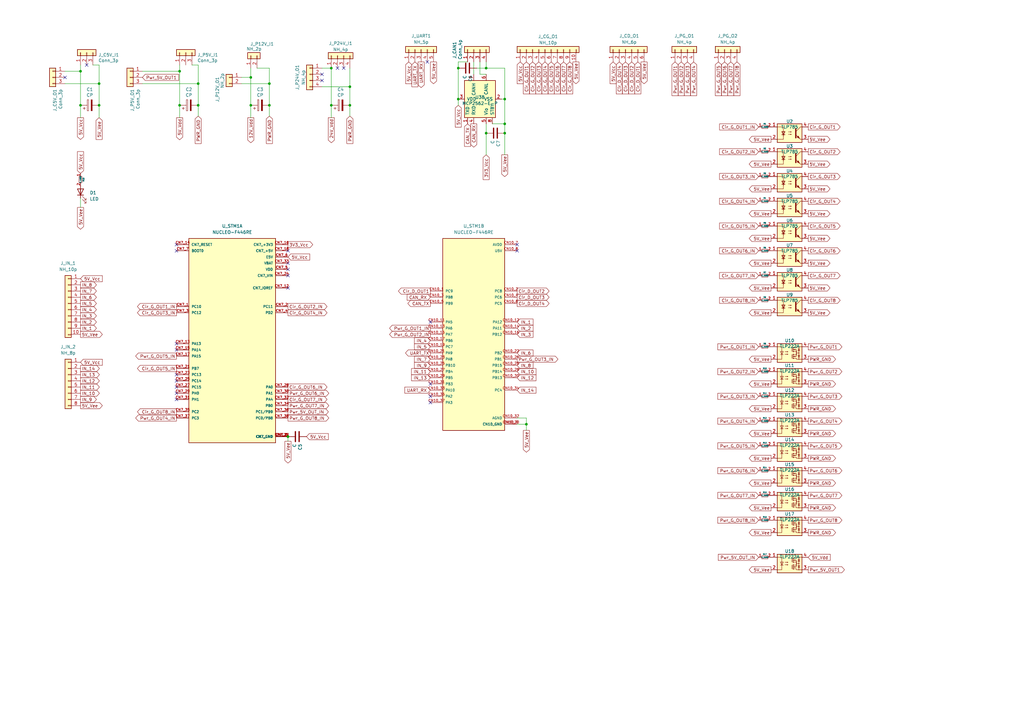
<source format=kicad_sch>
(kicad_sch (version 20231120) (generator "eeschema") (generator_version "8.0")
  (paper "A3")
  (junction (at 187.96 27.94))
  (junction (at 33.02 43.18))
  (junction (at 118.11 179.07))
  (junction (at 40.64 43.18))
  (junction (at 207.01 40.64))
  (junction (at 135.89 43.18))
  (junction (at 81.28 43.18))
  (junction (at 135.89 27.94))
  (junction (at 73.66 43.18))
  (junction (at 143.51 35.56))
  (junction (at 110.49 43.18))
  (junction (at 199.39 27.94))
  (junction (at 207.01 54.61))
  (junction (at 110.49 34.29))
  (junction (at 33.02 29.21))
  (junction (at 81.28 34.29))
  (junction (at 199.39 54.61))
  (junction (at 73.66 29.21))
  (junction (at 102.87 43.18))
  (junction (at 187.96 40.64))
  (junction (at 143.51 43.18))
  (junction (at 215.9 173.99))
  (junction (at 102.87 31.75))
  (junction (at 40.64 34.29))
  (junction (at 207.01 50.8))
  (no_connect (at 118.11 118.11))
  (no_connect (at 176.53 162.56))
  (no_connect (at 35.56 26.67))
  (no_connect (at 176.53 165.1))
  (no_connect (at 175.26 25.4))
  (no_connect (at 72.39 100.33))
  (no_connect (at 176.53 132.08))
  (no_connect (at 72.39 163.83))
  (no_connect (at 26.67 31.75))
  (no_connect (at 176.53 157.48))
  (no_connect (at 118.11 113.03))
  (no_connect (at 138.43 27.94))
  (no_connect (at 118.11 110.49))
  (no_connect (at 72.39 143.51))
  (no_connect (at 212.09 102.87))
  (no_connect (at 72.39 156.21))
  (no_connect (at 132.08 33.02))
  (no_connect (at 118.11 102.87))
  (no_connect (at 118.11 107.95))
  (no_connect (at 132.08 30.48))
  (no_connect (at 72.39 158.75))
  (no_connect (at 72.39 161.29))
  (no_connect (at 72.39 102.87))
  (no_connect (at 212.09 100.33))
  (no_connect (at 72.39 153.67))
  (no_connect (at 140.97 27.94))
  (no_connect (at 72.39 140.97))
  (wire (pts (xy 196.85 30.48) (xy 199.39 30.48)))
  (wire (pts (xy 58.42 29.21) (xy 73.66 29.21)))
  (wire (pts (xy 78.74 26.67) (xy 81.28 26.67)))
  (wire (pts (xy 99.06 31.75) (xy 102.87 31.75)))
  (wire (pts (xy 143.51 43.18) (xy 143.51 47.625)))
  (wire (pts (xy 187.96 27.94) (xy 187.96 25.4)))
  (wire (pts (xy 40.64 43.18) (xy 40.64 48.26)))
  (wire (pts (xy 199.39 63.5) (xy 199.39 54.61)))
  (wire (pts (xy 33.02 29.21) (xy 33.02 43.18)))
  (wire (pts (xy 110.49 27.94) (xy 110.49 34.29)))
  (wire (pts (xy 199.39 25.4) (xy 199.39 27.94)))
  (wire (pts (xy 33.02 81.28) (xy 33.02 85.09)))
  (wire (pts (xy 81.28 43.18) (xy 81.28 47.625)))
  (wire (pts (xy 81.28 26.67) (xy 81.28 34.29)))
  (wire (pts (xy 187.96 40.64) (xy 187.96 27.94)))
  (wire (pts (xy 207.01 40.64) (xy 207.01 50.8)))
  (wire (pts (xy 102.87 27.94) (xy 102.87 31.75)))
  (wire (pts (xy 207.01 27.94) (xy 207.01 40.64)))
  (wire (pts (xy 73.66 26.67) (xy 73.66 29.21)))
  (wire (pts (xy 38.1 26.67) (xy 40.64 26.67)))
  (wire (pts (xy 187.96 43.18) (xy 187.96 40.64)))
  (wire (pts (xy 199.39 54.61) (xy 199.39 50.8)))
  (wire (pts (xy 110.49 43.18) (xy 110.49 47.625)))
  (wire (pts (xy 196.85 25.4) (xy 196.85 30.48)))
  (wire (pts (xy 132.08 35.56) (xy 143.51 35.56)))
  (wire (pts (xy 194.31 25.4) (xy 194.31 30.48)))
  (wire (pts (xy 199.39 27.94) (xy 207.01 27.94)))
  (wire (pts (xy 118.11 180.975) (xy 118.11 179.07)))
  (wire (pts (xy 212.09 171.45) (xy 215.9 171.45)))
  (wire (pts (xy 195.58 27.94) (xy 199.39 27.94)))
  (wire (pts (xy 81.28 34.29) (xy 81.28 43.18)))
  (wire (pts (xy 73.66 48.26) (xy 73.66 43.18)))
  (wire (pts (xy 215.9 171.45) (xy 215.9 173.99)))
  (wire (pts (xy 105.41 27.94) (xy 110.49 27.94)))
  (wire (pts (xy 33.02 43.18) (xy 33.02 48.26)))
  (wire (pts (xy 215.9 173.99) (xy 215.9 176.53)))
  (wire (pts (xy 143.51 35.56) (xy 143.51 43.18)))
  (wire (pts (xy 215.9 173.99) (xy 212.09 173.99)))
  (wire (pts (xy 58.42 34.29) (xy 81.28 34.29)))
  (wire (pts (xy 99.06 34.29) (xy 110.49 34.29)))
  (wire (pts (xy 26.67 29.21) (xy 33.02 29.21)))
  (wire (pts (xy 26.67 34.29) (xy 40.64 34.29)))
  (wire (pts (xy 207.01 50.8) (xy 207.01 54.61)))
  (wire (pts (xy 33.02 26.67) (xy 33.02 29.21)))
  (wire (pts (xy 201.93 50.8) (xy 207.01 50.8)))
  (wire (pts (xy 40.64 34.29) (xy 40.64 43.18)))
  (wire (pts (xy 110.49 34.29) (xy 110.49 43.18)))
  (wire (pts (xy 102.87 31.75) (xy 102.87 43.18)))
  (wire (pts (xy 207.01 40.64) (xy 205.74 40.64)))
  (wire (pts (xy 73.66 29.21) (xy 73.66 43.18)))
  (wire (pts (xy 40.64 26.67) (xy 40.64 34.29)))
  (wire (pts (xy 187.96 25.4) (xy 191.77 25.4)))
  (wire (pts (xy 143.51 27.94) (xy 143.51 35.56)))
  (wire (pts (xy 135.89 48.26) (xy 135.89 43.18)))
  (wire (pts (xy 132.08 27.94) (xy 135.89 27.94)))
  (wire (pts (xy 207.01 54.61) (xy 207.01 63.5)))
  (wire (pts (xy 135.89 27.94) (xy 135.89 43.18)))
  (wire (pts (xy 102.87 48.26) (xy 102.87 43.18)))
  (global_label "24V_Vdd" (shape output) (at 135.89 48.26 270) (property "Intersheetrefs" "${INTERSHEET_REFS}" (effects (hide yes))))
  (global_label "5V_Vee" (shape output) (at 316.23 57.15 180) (property "Intersheetrefs" "${INTERSHEET_REFS}" (effects (hide yes))))
  (global_label "PWR_GND" (shape input) (at 110.49 47.625 270) (property "Intersheetrefs" "${INTERSHEET_REFS}" (effects (hide yes))))
  (global_label "5V_Vee" (shape output) (at 316.23 118.11 180) (property "Intersheetrefs" "${INTERSHEET_REFS}" (effects (hide yes))))
  (global_label "Cir_G_OUT7" (shape input) (at 231.14 25.4 270) (property "Intersheetrefs" "${INTERSHEET_REFS}" (effects (hide yes))))
  (global_label "UART_TX" (shape output) (at 176.53 144.78 180) (property "Intersheetrefs" "${INTERSHEET_REFS}" (effects (hide yes))))
  (global_label "CAN_TX" (shape output) (at 176.53 124.46 180) (property "Intersheetrefs" "${INTERSHEET_REFS}" (effects (hide yes))))
  (global_label "IN_14" (shape output) (at 33.02 151.13 0) (property "Intersheetrefs" "${INTERSHEET_REFS}" (effects (hide yes))))
  (global_label "5V_Vee" (shape output) (at 316.23 198.12 180) (property "Intersheetrefs" "${INTERSHEET_REFS}" (effects (hide yes))))
  (global_label "5V_Vee" (shape output) (at 33.02 166.37 0) (property "Intersheetrefs" "${INTERSHEET_REFS}" (effects (hide yes))))
  (global_label "Pwr_G_OUT4_IN" (shape output) (at 72.39 171.45 180) (property "Intersheetrefs" "${INTERSHEET_REFS}" (effects (hide yes))))
  (global_label "5V_Vee" (shape output) (at 33.02 137.16 0) (property "Intersheetrefs" "${INTERSHEET_REFS}" (effects (hide yes))))
  (global_label "Pwr_G_OUT1" (shape output) (at 331.47 142.24 0) (property "Intersheetrefs" "${INTERSHEET_REFS}" (effects (hide yes))))
  (global_label "5V_Vee" (shape output) (at 331.47 118.11 0) (property "Intersheetrefs" "${INTERSHEET_REFS}" (effects (hide yes))))
  (global_label "IN_1" (shape input) (at 212.09 132.08 0) (property "Intersheetrefs" "${INTERSHEET_REFS}" (effects (hide yes))))
  (global_label "IN_3" (shape output) (at 33.02 129.54 0) (property "Intersheetrefs" "${INTERSHEET_REFS}" (effects (hide yes))))
  (global_label "Cir_G_OUT3_IN" (shape output) (at 72.39 128.27 180) (property "Intersheetrefs" "${INTERSHEET_REFS}" (effects (hide yes))))
  (global_label "5V_Vee" (shape output) (at 316.23 77.47 180) (property "Intersheetrefs" "${INTERSHEET_REFS}" (effects (hide yes))))
  (global_label "Pwr_G_OUT1_IN" (shape output) (at 176.53 134.62 180) (property "Intersheetrefs" "${INTERSHEET_REFS}" (effects (hide yes))))
  (global_label "PWR_GND" (shape input) (at 143.51 47.625 270) (property "Intersheetrefs" "${INTERSHEET_REFS}" (effects (hide yes))))
  (global_label "5V_Vcc" (shape input) (at 33.02 114.3 0) (property "Intersheetrefs" "${INTERSHEET_REFS}" (effects (hide yes))))
  (global_label "Pwr_G_OUT2" (shape output) (at 331.47 152.4 0) (property "Intersheetrefs" "${INTERSHEET_REFS}" (effects (hide yes))))
  (global_label "Cir_G_OUT1" (shape output) (at 331.47 52.07 0) (property "Intersheetrefs" "${INTERSHEET_REFS}" (effects (hide yes))))
  (global_label "5V_Vee" (shape output) (at 316.23 157.48 180) (property "Intersheetrefs" "${INTERSHEET_REFS}" (effects (hide yes))))
  (global_label "Cir_G_OUT8_IN" (shape output) (at 72.39 168.91 180) (property "Intersheetrefs" "${INTERSHEET_REFS}" (effects (hide yes))))
  (global_label "5V_Vcc" (shape input) (at 118.11 105.41 0) (property "Intersheetrefs" "${INTERSHEET_REFS}" (effects (hide yes))))
  (global_label "5V_Vee" (shape output) (at 33.02 85.09 270) (property "Intersheetrefs" "${INTERSHEET_REFS}" (effects (hide yes))))
  (global_label "5V_Vee" (shape output) (at 177.8 25.4 270) (property "Intersheetrefs" "${INTERSHEET_REFS}" (effects (hide yes))))
  (global_label "PWR_GND" (shape output) (at 331.47 208.28 0) (property "Intersheetrefs" "${INTERSHEET_REFS}" (effects (hide yes))))
  (global_label "Cir_G_OUT2_IN" (shape output) (at 118.11 125.73 0) (property "Intersheetrefs" "${INTERSHEET_REFS}" (effects (hide yes))))
  (global_label "Cir_G_OUT3" (shape input) (at 220.98 25.4 270) (property "Intersheetrefs" "${INTERSHEET_REFS}" (effects (hide yes))))
  (global_label "Cir_G_OUT5" (shape input) (at 226.06 25.4 270) (property "Intersheetrefs" "${INTERSHEET_REFS}" (effects (hide yes))))
  (global_label "CAN_RX" (shape input) (at 176.53 121.92 180) (property "Intersheetrefs" "${INTERSHEET_REFS}" (effects (hide yes))))
  (global_label "5V_Vee" (shape output) (at 316.23 147.32 180) (property "Intersheetrefs" "${INTERSHEET_REFS}" (effects (hide yes))))
  (global_label "IN_13" (shape input) (at 176.53 154.94 180) (property "Intersheetrefs" "${INTERSHEET_REFS}" (effects (hide yes))))
  (global_label "5V_Vcc" (shape input) (at 33.02 148.59 0) (property "Intersheetrefs" "${INTERSHEET_REFS}" (effects (hide yes))))
  (global_label "5V_Vee" (shape output) (at 316.23 177.8 180) (property "Intersheetrefs" "${INTERSHEET_REFS}" (effects (hide yes))))
  (global_label "IN_14" (shape input) (at 212.09 160.02 0) (property "Intersheetrefs" "${INTERSHEET_REFS}" (effects (hide yes))))
  (global_label "Pwr_G_OUT7" (shape input) (at 299.72 25.4 270) (property "Intersheetrefs" "${INTERSHEET_REFS}" (effects (hide yes))))
  (global_label "12V_Vdd" (shape output) (at 102.87 48.26 270) (property "Intersheetrefs" "${INTERSHEET_REFS}" (effects (hide yes))))
  (global_label "5V_Vee" (shape output) (at 316.23 128.27 180) (property "Intersheetrefs" "${INTERSHEET_REFS}" (effects (hide yes))))
  (global_label "PWR_GND" (shape output) (at 331.47 157.48 0) (property "Intersheetrefs" "${INTERSHEET_REFS}" (effects (hide yes))))
  (global_label "PWR_GND" (shape output) (at 331.47 218.44 0) (property "Intersheetrefs" "${INTERSHEET_REFS}" (effects (hide yes))))
  (global_label "5V_Vcc" (shape input) (at 213.36 25.4 270) (property "Intersheetrefs" "${INTERSHEET_REFS}" (effects (hide yes))))
  (global_label "Cir_G_OUT2_IN" (shape input) (at 311.15 62.23 180) (property "Intersheetrefs" "${INTERSHEET_REFS}" (effects (hide yes))))
  (global_label "3V3_Vcc" (shape input) (at 199.39 63.5 270) (property "Intersheetrefs" "${INTERSHEET_REFS}" (effects (hide yes))))
  (global_label "Pwr_5V_OUT_IN" (shape output) (at 118.11 168.91 0) (property "Intersheetrefs" "${INTERSHEET_REFS}" (effects (hide yes))))
  (global_label "5V_Vee" (shape output) (at 331.47 128.27 0) (property "Intersheetrefs" "${INTERSHEET_REFS}" (effects (hide yes))))
  (global_label "Cir_D_OUT1" (shape output) (at 176.53 119.38 180) (property "Intersheetrefs" "${INTERSHEET_REFS}" (effects (hide yes))))
  (global_label "Cir_G_OUT1" (shape input) (at 215.9 25.4 270) (property "Intersheetrefs" "${INTERSHEET_REFS}" (effects (hide yes))))
  (global_label "5V_Vee" (shape output) (at 316.23 67.31 180) (property "Intersheetrefs" "${INTERSHEET_REFS}" (effects (hide yes))))
  (global_label "Cir_G_OUT5_IN" (shape input) (at 311.15 92.71 180) (property "Intersheetrefs" "${INTERSHEET_REFS}" (effects (hide yes))))
  (global_label "5V_Vee" (shape output) (at 331.47 67.31 0) (property "Intersheetrefs" "${INTERSHEET_REFS}" (effects (hide yes))))
  (global_label "5V_Vee" (shape input) (at 40.64 48.26 270) (property "Intersheetrefs" "${INTERSHEET_REFS}" (effects (hide yes))))
  (global_label "Pwr_G_OUT4" (shape input) (at 284.48 25.4 270) (property "Intersheetrefs" "${INTERSHEET_REFS}" (effects (hide yes))))
  (global_label "Cir_D_OUT3" (shape input) (at 256.54 25.4 270) (property "Intersheetrefs" "${INTERSHEET_REFS}" (effects (hide yes))))
  (global_label "IN_2" (shape input) (at 212.09 134.62 0) (property "Intersheetrefs" "${INTERSHEET_REFS}" (effects (hide yes))))
  (global_label "PWR_GND" (shape output) (at 331.47 167.64 0) (property "Intersheetrefs" "${INTERSHEET_REFS}" (effects (hide yes))))
  (global_label "IN_8" (shape input) (at 212.09 149.86 0) (property "Intersheetrefs" "${INTERSHEET_REFS}" (effects (hide yes))))
  (global_label "Pwr_G_OUT8" (shape output) (at 331.47 213.36 0) (property "Intersheetrefs" "${INTERSHEET_REFS}" (effects (hide yes))))
  (global_label "IN_7" (shape output) (at 33.02 119.38 0) (property "Intersheetrefs" "${INTERSHEET_REFS}" (effects (hide yes))))
  (global_label "5V_Vee" (shape output) (at 207.01 63.5 270) (property "Intersheetrefs" "${INTERSHEET_REFS}" (effects (hide yes))))
  (global_label "PWR_GND" (shape input) (at 81.28 47.625 270) (property "Intersheetrefs" "${INTERSHEET_REFS}" (effects (hide yes))))
  (global_label "Cir_G_OUT8_IN" (shape input) (at 311.15 123.19 180) (property "Intersheetrefs" "${INTERSHEET_REFS}" (effects (hide yes))))
  (global_label "IN_6" (shape output) (at 33.02 121.92 0) (property "Intersheetrefs" "${INTERSHEET_REFS}" (effects (hide yes))))
  (global_label "IN_3" (shape input) (at 212.09 137.16 0) (property "Intersheetrefs" "${INTERSHEET_REFS}" (effects (hide yes))))
  (global_label "IN_5" (shape output) (at 33.02 124.46 0) (property "Intersheetrefs" "${INTERSHEET_REFS}" (effects (hide yes))))
  (global_label "PWR_GND" (shape output) (at 331.47 187.96 0) (property "Intersheetrefs" "${INTERSHEET_REFS}" (effects (hide yes))))
  (global_label "Cir_D_OUT2" (shape output) (at 212.09 119.38 0) (property "Intersheetrefs" "${INTERSHEET_REFS}" (effects (hide yes))))
  (global_label "Cir_G_OUT1_IN" (shape output) (at 72.39 125.73 180) (property "Intersheetrefs" "${INTERSHEET_REFS}" (effects (hide yes))))
  (global_label "Pwr_G_OUT6_IN" (shape output) (at 118.11 161.29 0) (property "Intersheetrefs" "${INTERSHEET_REFS}" (effects (hide yes))))
  (global_label "5V_Vee" (shape output) (at 316.23 107.95 180) (property "Intersheetrefs" "${INTERSHEET_REFS}" (effects (hide yes))))
  (global_label "Cir_G_OUT8" (shape output) (at 331.47 123.19 0) (property "Intersheetrefs" "${INTERSHEET_REFS}" (effects (hide yes))))
  (global_label "Cir_D_OUT4" (shape input) (at 254 25.4 270) (property "Intersheetrefs" "${INTERSHEET_REFS}" (effects (hide yes))))
  (global_label "5V_Vcc" (shape output) (at 33.02 48.26 270) (property "Intersheetrefs" "${INTERSHEET_REFS}" (effects (hide yes))))
  (global_label "UART_TX" (shape input) (at 170.18 25.4 270) (property "Intersheetrefs" "${INTERSHEET_REFS}" (effects (hide yes))))
  (global_label "Pwr_G_OUT3" (shape output) (at 331.47 162.56 0) (property "Intersheetrefs" "${INTERSHEET_REFS}" (effects (hide yes))))
  (global_label "Pwr_5V_OUT1" (shape input) (at 58.42 31.75 0) (property "Intersheetrefs" "${INTERSHEET_REFS}" (effects (hide yes))))
  (global_label "5V_Vcc" (shape input) (at 33.02 71.12 90) (property "Intersheetrefs" "${INTERSHEET_REFS}" (effects (hide yes))))
  (global_label "IN_12" (shape input) (at 212.09 154.94 0) (property "Intersheetrefs" "${INTERSHEET_REFS}" (effects (hide yes))))
  (global_label "5V_Vee" (shape output) (at 316.23 87.63 180) (property "Intersheetrefs" "${INTERSHEET_REFS}" (effects (hide yes))))
  (global_label "Cir_G_OUT4" (shape input) (at 223.52 25.4 270) (property "Intersheetrefs" "${INTERSHEET_REFS}" (effects (hide yes))))
  (global_label "IN_10" (shape output) (at 33.02 161.29 0) (property "Intersheetrefs" "${INTERSHEET_REFS}" (effects (hide yes))))
  (global_label "Cir_G_OUT8" (shape input) (at 233.68 25.4 270) (property "Intersheetrefs" "${INTERSHEET_REFS}" (effects (hide yes))))
  (global_label "5V_Vee" (shape output) (at 331.47 77.47 0) (property "Intersheetrefs" "${INTERSHEET_REFS}" (effects (hide yes))))
  (global_label "Pwr_G_OUT1_IN" (shape input) (at 311.15 142.24 180) (property "Intersheetrefs" "${INTERSHEET_REFS}" (effects (hide yes))))
  (global_label "Cir_G_OUT6" (shape output) (at 331.47 102.87 0) (property "Intersheetrefs" "${INTERSHEET_REFS}" (effects (hide yes))))
  (global_label "3V3_Vcc" (shape output) (at 118.11 100.33 0) (property "Intersheetrefs" "${INTERSHEET_REFS}" (effects (hide yes))))
  (global_label "5V_Vee" (shape output) (at 316.23 97.79 180) (property "Intersheetrefs" "${INTERSHEET_REFS}" (effects (hide yes))))
  (global_label "IN_11" (shape output) (at 33.02 158.75 0) (property "Intersheetrefs" "${INTERSHEET_REFS}" (effects (hide yes))))
  (global_label "Cir_G_OUT7_IN" (shape input) (at 311.15 113.03 180) (property "Intersheetrefs" "${INTERSHEET_REFS}" (effects (hide yes))))
  (global_label "5V_Vcc" (shape input) (at 251.46 25.4 270) (property "Intersheetrefs" "${INTERSHEET_REFS}" (effects (hide yes))))
  (global_label "Pwr_G_OUT7_IN" (shape output) (at 118.11 166.37 0) (property "Intersheetrefs" "${INTERSHEET_REFS}" (effects (hide yes))))
  (global_label "Pwr_5V_OUT1" (shape output) (at 331.47 233.68 0) (property "Intersheetrefs" "${INTERSHEET_REFS}" (effects (hide yes))))
  (global_label "Pwr_G_OUT8_IN" (shape output) (at 118.11 171.45 0) (property "Intersheetrefs" "${INTERSHEET_REFS}" (effects (hide yes))))
  (global_label "5V_Vee" (shape output) (at 316.23 208.28 180) (property "Intersheetrefs" "${INTERSHEET_REFS}" (effects (hide yes))))
  (global_label "Pwr_G_OUT8_IN" (shape input) (at 311.15 213.36 180) (property "Intersheetrefs" "${INTERSHEET_REFS}" (effects (hide yes))))
  (global_label "Pwr_G_OUT1" (shape input) (at 276.86 25.4 270) (property "Intersheetrefs" "${INTERSHEET_REFS}" (effects (hide yes))))
  (global_label "5V_Vee" (shape output) (at 316.23 187.96 180) (property "Intersheetrefs" "${INTERSHEET_REFS}" (effects (hide yes))))
  (global_label "Cir_G_OUT3_IN" (shape input) (at 311.15 72.39 180) (property "Intersheetrefs" "${INTERSHEET_REFS}" (effects (hide yes))))
  (global_label "5V_Vdd" (shape output) (at 73.66 48.26 270) (property "Intersheetrefs" "${INTERSHEET_REFS}" (effects (hide yes))))
  (global_label "Cir_G_OUT2" (shape input) (at 218.44 25.4 270) (property "Intersheetrefs" "${INTERSHEET_REFS}" (effects (hide yes))))
  (global_label "Pwr_G_OUT2" (shape input) (at 279.4 25.4 270) (property "Intersheetrefs" "${INTERSHEET_REFS}" (effects (hide yes))))
  (global_label "5V_Vee" (shape output) (at 215.9 176.53 270) (property "Intersheetrefs" "${INTERSHEET_REFS}" (effects (hide yes))))
  (global_label "Pwr_G_OUT2_IN" (shape output) (at 176.53 137.16 180) (property "Intersheetrefs" "${INTERSHEET_REFS}" (effects (hide yes))))
  (global_label "Pwr_G_OUT7" (shape output) (at 331.47 203.2 0) (property "Intersheetrefs" "${INTERSHEET_REFS}" (effects (hide yes))))
  (global_label "UART_RX" (shape output) (at 172.72 25.4 270) (property "Intersheetrefs" "${INTERSHEET_REFS}" (effects (hide yes))))
  (global_label "IN_9" (shape input) (at 176.53 149.86 180) (property "Intersheetrefs" "${INTERSHEET_REFS}" (effects (hide yes))))
  (global_label "5V_Vee" (shape output) (at 236.22 25.4 270) (property "Intersheetrefs" "${INTERSHEET_REFS}" (effects (hide yes))))
  (global_label "Pwr_G_OUT6_IN" (shape input) (at 311.15 193.04 180) (property "Intersheetrefs" "${INTERSHEET_REFS}" (effects (hide yes))))
  (global_label "Pwr_G_OUT6" (shape input) (at 297.18 25.4 270) (property "Intersheetrefs" "${INTERSHEET_REFS}" (effects (hide yes))))
  (global_label "IN_10" (shape input) (at 212.09 152.4 0) (property "Intersheetrefs" "${INTERSHEET_REFS}" (effects (hide yes))))
  (global_label "Cir_G_OUT1_IN" (shape input) (at 311.15 52.07 180) (property "Intersheetrefs" "${INTERSHEET_REFS}" (effects (hide yes))))
  (global_label "5V_Vee" (shape output) (at 316.23 218.44 180) (property "Intersheetrefs" "${INTERSHEET_REFS}" (effects (hide yes))))
  (global_label "Cir_D_OUT4" (shape output) (at 212.09 124.46 0) (property "Intersheetrefs" "${INTERSHEET_REFS}" (effects (hide yes))))
  (global_label "Pwr_G_OUT3_IN" (shape input) (at 311.15 162.56 180) (property "Intersheetrefs" "${INTERSHEET_REFS}" (effects (hide yes))))
  (global_label "5V_Vcc" (shape input) (at 187.96 43.18 270) (property "Intersheetrefs" "${INTERSHEET_REFS}" (effects (hide yes))))
  (global_label "Pwr_G_OUT3_IN" (shape output) (at 212.09 147.32 0) (property "Intersheetrefs" "${INTERSHEET_REFS}" (effects (hide yes))))
  (global_label "Cir_D_OUT3" (shape output) (at 212.09 121.92 0) (property "Intersheetrefs" "${INTERSHEET_REFS}" (effects (hide yes))))
  (global_label "5V_Vcc" (shape input) (at 125.73 179.07 0) (property "Intersheetrefs" "${INTERSHEET_REFS}" (effects (hide yes))))
  (global_label "Pwr_G_OUT7_IN" (shape input) (at 311.15 203.2 180) (property "Intersheetrefs" "${INTERSHEET_REFS}" (effects (hide yes))))
  (global_label "PWR_GND" (shape output) (at 331.47 177.8 0) (property "Intersheetrefs" "${INTERSHEET_REFS}" (effects (hide yes))))
  (global_label "5V_Vee" (shape output) (at 331.47 107.95 0) (property "Intersheetrefs" "${INTERSHEET_REFS}" (effects (hide yes))))
  (global_label "5V_Vee" (shape output) (at 264.16 25.4 270) (property "Intersheetrefs" "${INTERSHEET_REFS}" (effects (hide yes))))
  (global_label "5V_Vee" (shape output) (at 316.23 233.68 180) (property "Intersheetrefs" "${INTERSHEET_REFS}" (effects (hide yes))))
  (global_label "IN_4" (shape output) (at 33.02 127 0) (property "Intersheetrefs" "${INTERSHEET_REFS}" (effects (hide yes))))
  (global_label "5V_Vee" (shape output) (at 118.11 180.975 270) (property "Intersheetrefs" "${INTERSHEET_REFS}" (effects (hide yes))))
  (global_label "Cir_G_OUT7_IN" (shape output) (at 118.11 163.83 0) (property "Intersheetrefs" "${INTERSHEET_REFS}" (effects (hide yes))))
  (global_label "Pwr_G_OUT4" (shape output) (at 331.47 172.72 0) (property "Intersheetrefs" "${INTERSHEET_REFS}" (effects (hide yes))))
  (global_label "Pwr_G_OUT8" (shape input) (at 302.26 25.4 270) (property "Intersheetrefs" "${INTERSHEET_REFS}" (effects (hide yes))))
  (global_label "5V_Vcc" (shape input) (at 167.64 25.4 270) (property "Intersheetrefs" "${INTERSHEET_REFS}" (effects (hide yes))))
  (global_label "IN_5" (shape input) (at 176.53 142.24 180) (property "Intersheetrefs" "${INTERSHEET_REFS}" (effects (hide yes))))
  (global_label "IN_7" (shape input) (at 176.53 147.32 180) (property "Intersheetrefs" "${INTERSHEET_REFS}" (effects (hide yes))))
  (global_label "Pwr_G_OUT5_IN" (shape input) (at 311.15 182.88 180) (property "Intersheetrefs" "${INTERSHEET_REFS}" (effects (hide yes))))
  (global_label "Cir_G_OUT2" (shape output) (at 331.47 62.23 0) (property "Intersheetrefs" "${INTERSHEET_REFS}" (effects (hide yes))))
  (global_label "5V_Vee" (shape output) (at 331.47 87.63 0) (property "Intersheetrefs" "${INTERSHEET_REFS}" (effects (hide yes))))
  (global_label "Cir_G_OUT6" (shape input) (at 228.6 25.4 270) (property "Intersheetrefs" "${INTERSHEET_REFS}" (effects (hide yes))))
  (global_label "Cir_D_OUT2" (shape input) (at 259.08 25.4 270) (property "Intersheetrefs" "${INTERSHEET_REFS}" (effects (hide yes))))
  (global_label "PWR_GND" (shape output) (at 331.47 198.12 0) (property "Intersheetrefs" "${INTERSHEET_REFS}" (effects (hide yes))))
  (global_label "IN_2" (shape output) (at 33.02 132.08 0) (property "Intersheetrefs" "${INTERSHEET_REFS}" (effects (hide yes))))
  (global_label "CAN_RX" (shape output) (at 194.31 50.8 270) (property "Intersheetrefs" "${INTERSHEET_REFS}" (effects (hide yes))))
  (global_label "5V_Vee" (shape output) (at 316.23 167.64 180) (property "Intersheetrefs" "${INTERSHEET_REFS}" (effects (hide yes))))
  (global_label "Cir_G_OUT4" (shape output) (at 331.47 82.55 0) (property "Intersheetrefs" "${INTERSHEET_REFS}" (effects (hide yes))))
  (global_label "Cir_G_OUT5" (shape output) (at 331.47 92.71 0) (property "Intersheetrefs" "${INTERSHEET_REFS}" (effects (hide yes))))
  (global_label "IN_8" (shape output) (at 33.02 116.84 0) (property "Intersheetrefs" "${INTERSHEET_REFS}" (effects (hide yes))))
  (global_label "IN_1" (shape output) (at 33.02 134.62 0) (property "Intersheetrefs" "${INTERSHEET_REFS}" (effects (hide yes))))
  (global_label "Cir_G_OUT4_IN" (shape input) (at 311.15 82.55 180) (property "Intersheetrefs" "${INTERSHEET_REFS}" (effects (hide yes))))
  (global_label "Cir_G_OUT6_IN" (shape input) (at 311.15 102.87 180) (property "Intersheetrefs" "${INTERSHEET_REFS}" (effects (hide yes))))
  (global_label "Pwr_G_OUT5_IN" (shape output) (at 72.39 146.05 180) (property "Intersheetrefs" "${INTERSHEET_REFS}" (effects (hide yes))))
  (global_label "Pwr_G_OUT2_IN" (shape input) (at 311.15 152.4 180) (property "Intersheetrefs" "${INTERSHEET_REFS}" (effects (hide yes))))
  (global_label "Pwr_G_OUT6" (shape output) (at 331.47 193.04 0) (property "Intersheetrefs" "${INTERSHEET_REFS}" (effects (hide yes))))
  (global_label "Pwr_G_OUT5" (shape input) (at 294.64 25.4 270) (property "Intersheetrefs" "${INTERSHEET_REFS}" (effects (hide yes))))
  (global_label "Cir_G_OUT3" (shape output) (at 331.47 72.39 0) (property "Intersheetrefs" "${INTERSHEET_REFS}" (effects (hide yes))))
  (global_label "Pwr_G_OUT3" (shape input) (at 281.94 25.4 270) (property "Intersheetrefs" "${INTERSHEET_REFS}" (effects (hide yes))))
  (global_label "Pwr_G_OUT5" (shape output) (at 331.47 182.88 0) (property "Intersheetrefs" "${INTERSHEET_REFS}" (effects (hide yes))))
  (global_label "IN_12" (shape output) (at 33.02 156.21 0) (property "Intersheetrefs" "${INTERSHEET_REFS}" (effects (hide yes))))
  (global_label "5V_Vdd" (shape input) (at 331.47 228.6 0) (property "Intersheetrefs" "${INTERSHEET_REFS}" (effects (hide yes))))
  (global_label "UART_RX" (shape input) (at 176.53 160.02 180) (property "Intersheetrefs" "${INTERSHEET_REFS}" (effects (hide yes))))
  (global_label "Cir_G_OUT7" (shape output) (at 331.47 113.03 0) (property "Intersheetrefs" "${INTERSHEET_REFS}" (effects (hide yes))))
  (global_label "PWR_GND" (shape output) (at 331.47 147.32 0) (property "Intersheetrefs" "${INTERSHEET_REFS}" (effects (hide yes))))
  (global_label "IN_4" (shape input) (at 176.53 139.7 180) (property "Intersheetrefs" "${INTERSHEET_REFS}" (effects (hide yes))))
  (global_label "CAN_TX" (shape input) (at 191.77 50.8 270) (property "Intersheetrefs" "${INTERSHEET_REFS}" (effects (hide yes))))
  (global_label "IN_13" (shape output) (at 33.02 153.67 0) (property "Intersheetrefs" "${INTERSHEET_REFS}" (effects (hide yes))))
  (global_label "Cir_D_OUT1" (shape input) (at 261.62 25.4 270) (property "Intersheetrefs" "${INTERSHEET_REFS}" (effects (hide yes))))
  (global_label "Pwr_G_OUT4_IN" (shape input) (at 311.15 172.72 180) (property "Intersheetrefs" "${INTERSHEET_REFS}" (effects (hide yes))))
  (global_label "Cir_G_OUT6_IN" (shape output) (at 118.11 158.75 0) (property "Intersheetrefs" "${INTERSHEET_REFS}" (effects (hide yes))))
  (global_label "IN_9" (shape output) (at 33.02 163.83 0) (property "Intersheetrefs" "${INTERSHEET_REFS}" (effects (hide yes))))
  (global_label "IN_6" (shape input) (at 212.09 144.78 0) (property "Intersheetrefs" "${INTERSHEET_REFS}" (effects (hide yes))))
  (global_label "Pwr_5V_OUT_IN" (shape input) (at 311.15 228.6 180) (property "Intersheetrefs" "${INTERSHEET_REFS}" (effects (hide yes))))
  (global_label "Cir_G_OUT5_IN" (shape output) (at 72.39 151.13 180) (property "Intersheetrefs" "${INTERSHEET_REFS}" (effects (hide yes))))
  (global_label "IN_11" (shape input) (at 176.53 152.4 180) (property "Intersheetrefs" "${INTERSHEET_REFS}" (effects (hide yes))))
  (global_label "5V_Vee" (shape output) (at 331.47 57.15 0) (property "Intersheetrefs" "${INTERSHEET_REFS}" (effects (hide yes))))
  (global_label "5V_Vee" (shape output) (at 331.47 97.79 0) (property "Intersheetrefs" "${INTERSHEET_REFS}" (effects (hide yes))))
  (global_label "Cir_G_OUT4_IN" (shape output) (at 118.11 128.27 0) (property "Intersheetrefs" "${INTERSHEET_REFS}" (effects (hide yes))))
  (symbol (lib_id "SubPCB-rescue:Conn_3p-KAZAAAN_Library") (at 35.56 21.59 90) (unit 1)
    (property "Reference" "J_C5V_I1" (at 40.3352 22.5044 90) (effects (justify right)))
    (property "Value" "Conn_3p" (at 40.3352 24.8158 90) (effects (justify right)))
    (property "Footprint" "KAZAAAN:Conn_3pin" (effects (hide yes)))
  )
  (symbol (lib_id "SubPCB-rescue:CP-KAZAAAN_Library") (at 36.83 43.18 90) (unit 1)
    (property "Reference" "C1" (at 36.83 36.703 90))
    (property "Value" "CP" (at 36.83 39.0144 90))
    (property "Footprint" "KAZAAAN:C" (effects (hide yes)))
  )
  (symbol (lib_id "SubPCB-rescue:Conn_3p-KAZAAAN_Library") (at 76.2 21.59 90) (unit 1)
    (property "Reference" "J_P5V_I1" (at 80.9752 22.5044 90) (effects (justify right)))
    (property "Value" "Conn_3p" (at 80.9752 24.8158 90) (effects (justify right)))
    (property "Footprint" "KAZAAAN:Conn_3pin" (effects (hide yes)))
  )
  (symbol (lib_id "SubPCB-rescue:CP-KAZAAAN_Library") (at 77.47 43.18 90) (unit 1)
    (property "Reference" "C2" (at 77.47 36.703 90))
    (property "Value" "CP" (at 77.47 39.0144 90))
    (property "Footprint" "KAZAAAN:C" (effects (hide yes)))
  )
  (symbol (lib_id "SubPCB-rescue:Conn_4p-KAZAAAN_Library") (at 194.31 20.32 90) (unit 1)
    (property "Reference" "J_CAN1" (at 186.436 20.574 0))
    (property "Value" "Conn_4p" (at 188.722 20.32 0))
    (property "Footprint" "KAZAAAN:Conn_4pin" (effects (hide yes)))
  )
  (symbol (lib_id "R_1608:R_1608") (at 313.69 162.56 0) (unit 1)
    (property "Reference" "R11" (at 313.69 161.29 0) (effects (font (size 0.508 0.508))))
    (property "Value" "R_1608" (at 313.69 162.56 0) (effects (font (size 0.508 0.508))))
    (property "Footprint" "Resistor_SMD:R_0603_1608Metric_Pad0.98x0.95mm_HandSolder" (effects (hide yes)))
    (property "MF" "Rohm" (effects (hide yes)))
    (property "Description_1" "\n100 オーム ±5% 0.1W、1/10W チップ抵抗 0603 (1608 メートル法) 車載用 AEC-Q200 厚膜\n" (effects (hide yes)))
    (property "Package" "1608 Rohm Semiconductor" (effects (hide yes)))
    (property "Price" "None" (effects (hide yes)))
    (property "SnapEDA_Link" "https://www.snapeda.com/parts/MCR03EZPJ101/Rohm/view-part/?ref=snap" (effects (hide yes)))
    (property "MP" "MCR03EZPJ101" (effects (hide yes)))
    (property "Availability" "In Stock" (effects (hide yes)))
    (property "Check_prices" "https://www.snapeda.com/parts/MCR03EZPJ101/Rohm/view-part/?ref=eda" (effects (hide yes)))
  )
  (symbol (lib_id "Relay_SolidState:TLP222A") (at 323.85 195.58 0) (unit 1)
    (property "Reference" "U15" (at 323.85 190.5 0))
    (property "Value" "TLP222A" (at 323.85 192.786 0))
    (property "Footprint" "Package_DIP:DIP-4_W7.62mm" (effects (hide yes)))
    (property "Datasheet" "https://toshiba.semicon-storage.com/info/docget.jsp?did=17036&prodName=TLP222A" (effects (hide yes)))
    (property "Description" "MOSFET Photorelay 1-Form-A, Voff 60V, Ion 0,5A, DIP4" (effects (hide yes)))
  )
  (symbol (lib_id "Interface_CAN_LIN:MCP2562-E-P") (at 196.85 40.64 90) (unit 1)
    (property "Reference" "U38" (at 196.85 39.878 90))
    (property "Value" "MCP2562-E-P" (at 196.85 42.418 90))
    (property "Footprint" "Package_DIP:DIP-8_W7.62mm" (effects (hide yes)))
    (property "Datasheet" "http://ww1.microchip.com/downloads/en/DeviceDoc/25167A.pdf" (effects (hide yes)))
    (property "Description" "High-Speed CAN Transceiver, 1Mbps, 5V supply, Vio pin, -40C to +125C, DIP-8" (effects (hide yes)))
  )
  (symbol (lib_id "R_1608:R_1608") (at 313.69 172.72 0) (unit 1)
    (property "Reference" "R12" (at 313.69 171.45 0) (effects (font (size 0.508 0.508))))
    (property "Value" "R_1608" (at 313.69 172.72 0) (effects (font (size 0.508 0.508))))
    (property "Footprint" "Resistor_SMD:R_0603_1608Metric_Pad0.98x0.95mm_HandSolder" (effects (hide yes)))
    (property "MF" "Rohm" (effects (hide yes)))
    (property "Description_1" "\n100 オーム ±5% 0.1W、1/10W チップ抵抗 0603 (1608 メートル法) 車載用 AEC-Q200 厚膜\n" (effects (hide yes)))
    (property "Package" "1608 Rohm Semiconductor" (effects (hide yes)))
    (property "Price" "None" (effects (hide yes)))
    (property "SnapEDA_Link" "https://www.snapeda.com/parts/MCR03EZPJ101/Rohm/view-part/?ref=snap" (effects (hide yes)))
    (property "MP" "MCR03EZPJ101" (effects (hide yes)))
    (property "Availability" "In Stock" (effects (hide yes)))
    (property "Check_prices" "https://www.snapeda.com/parts/MCR03EZPJ101/Rohm/view-part/?ref=eda" (effects (hide yes)))
  )
  (symbol (lib_id "R_1608:R_1608") (at 313.69 123.19 0) (unit 1)
    (property "Reference" "R8" (at 313.69 121.92 0) (effects (font (size 0.508 0.508))))
    (property "Value" "R_1608" (at 313.69 123.19 0) (effects (font (size 0.508 0.508))))
    (property "Footprint" "Resistor_SMD:R_0603_1608Metric_Pad0.98x0.95mm_HandSolder" (effects (hide yes)))
    (property "MF" "Rohm" (effects (hide yes)))
    (property "Description_1" "\n100 オーム ±5% 0.1W、1/10W チップ抵抗 0603 (1608 メートル法) 車載用 AEC-Q200 厚膜\n" (effects (hide yes)))
    (property "Package" "1608 Rohm Semiconductor" (effects (hide yes)))
    (property "Price" "None" (effects (hide yes)))
    (property "SnapEDA_Link" "https://www.snapeda.com/parts/MCR03EZPJ101/Rohm/view-part/?ref=snap" (effects (hide yes)))
    (property "MP" "MCR03EZPJ101" (effects (hide yes)))
    (property "Availability" "In Stock" (effects (hide yes)))
    (property "Check_prices" "https://www.snapeda.com/parts/MCR03EZPJ101/Rohm/view-part/?ref=eda" (effects (hide yes)))
  )
  (symbol (lib_id "R_1608:R_1608") (at 313.69 72.39 0) (unit 1)
    (property "Reference" "R3" (at 313.69 71.12 0) (effects (font (size 0.508 0.508))))
    (property "Value" "R_1608" (at 313.69 72.39 0) (effects (font (size 0.508 0.508))))
    (property "Footprint" "Resistor_SMD:R_0603_1608Metric_Pad0.98x0.95mm_HandSolder" (effects (hide yes)))
    (property "MF" "Rohm" (effects (hide yes)))
    (property "Description_1" "\n100 オーム ±5% 0.1W、1/10W チップ抵抗 0603 (1608 メートル法) 車載用 AEC-Q200 厚膜\n" (effects (hide yes)))
    (property "Package" "1608 Rohm Semiconductor" (effects (hide yes)))
    (property "Price" "None" (effects (hide yes)))
    (property "SnapEDA_Link" "https://www.snapeda.com/parts/MCR03EZPJ101/Rohm/view-part/?ref=snap" (effects (hide yes)))
    (property "MP" "MCR03EZPJ101" (effects (hide yes)))
    (property "Availability" "In Stock" (effects (hide yes)))
    (property "Check_prices" "https://www.snapeda.com/parts/MCR03EZPJ101/Rohm/view-part/?ref=eda" (effects (hide yes)))
  )
  (symbol (lib_id "Isolator:TLP785") (at 323.85 54.61 0) (unit 1)
    (property "Reference" "U2" (at 323.85 49.784 0))
    (property "Value" "TLP785" (at 323.85 52.07 0))
    (property "Footprint" "Package_DIP:DIP-4_W7.62mm" (effects (hide yes)))
    (property "Datasheet" "https://toshiba.semicon-storage.com/info/docget.jsp?did=10569&prodName=TLP785" (effects (hide yes)))
    (property "Description" "DC Optocoupler, Vce 80V, CTR 50-200%, DIP4" (effects (hide yes)))
  )
  (symbol (lib_id "SubPCB-rescue:CP-KAZAAAN_Library") (at 106.68 43.18 90) (unit 1)
    (property "Reference" "C3" (at 106.68 36.703 90))
    (property "Value" "CP" (at 106.68 39.0144 90))
    (property "Footprint" "KAZAAAN:C" (effects (hide yes)))
  )
  (symbol (lib_id "SubPCB-rescue:Conn_2p-KAZAAAN_Library") (at 93.98 31.75 0) (mirror y) (unit 1)
    (property "Reference" "J_P12V_O1" (at 89.154 31.496 90) (effects (justify right)))
    (property "Value" "NH_2p" (at 91.186 29.972 90) (effects (justify right)))
    (property "Footprint" "KAZAAAN:Conn_2pin" (effects (hide yes)))
  )
  (symbol (lib_id "R_1608:R_1608") (at 313.69 142.24 0) (unit 1)
    (property "Reference" "R9" (at 313.69 140.97 0) (effects (font (size 0.508 0.508))))
    (property "Value" "R_1608" (at 313.69 142.24 0) (effects (font (size 0.508 0.508))))
    (property "Footprint" "Resistor_SMD:R_0603_1608Metric_Pad0.98x0.95mm_HandSolder" (effects (hide yes)))
    (property "MF" "Rohm" (effects (hide yes)))
    (property "Description_1" "\n100 オーム ±5% 0.1W、1/10W チップ抵抗 0603 (1608 メートル法) 車載用 AEC-Q200 厚膜\n" (effects (hide yes)))
    (property "Package" "1608 Rohm Semiconductor" (effects (hide yes)))
    (property "Price" "None" (effects (hide yes)))
    (property "SnapEDA_Link" "https://www.snapeda.com/parts/MCR03EZPJ101/Rohm/view-part/?ref=snap" (effects (hide yes)))
    (property "MP" "MCR03EZPJ101" (effects (hide yes)))
    (property "Availability" "In Stock" (effects (hide yes)))
    (property "Check_prices" "https://www.snapeda.com/parts/MCR03EZPJ101/Rohm/view-part/?ref=eda" (effects (hide yes)))
  )
  (symbol (lib_id "R_1608:R_1608") (at 313.69 82.55 0) (unit 1)
    (property "Reference" "R4" (at 313.69 81.28 0) (effects (font (size 0.508 0.508))))
    (property "Value" "R_1608" (at 313.69 82.55 0) (effects (font (size 0.508 0.508))))
    (property "Footprint" "Resistor_SMD:R_0603_1608Metric_Pad0.98x0.95mm_HandSolder" (effects (hide yes)))
    (property "MF" "Rohm" (effects (hide yes)))
    (property "Description_1" "\n100 オーム ±5% 0.1W、1/10W チップ抵抗 0603 (1608 メートル法) 車載用 AEC-Q200 厚膜\n" (effects (hide yes)))
    (property "Package" "1608 Rohm Semiconductor" (effects (hide yes)))
    (property "Price" "None" (effects (hide yes)))
    (property "SnapEDA_Link" "https://www.snapeda.com/parts/MCR03EZPJ101/Rohm/view-part/?ref=snap" (effects (hide yes)))
    (property "MP" "MCR03EZPJ101" (effects (hide yes)))
    (property "Availability" "In Stock" (effects (hide yes)))
    (property "Check_prices" "https://www.snapeda.com/parts/MCR03EZPJ101/Rohm/view-part/?ref=eda" (effects (hide yes)))
  )
  (symbol (lib_id "Relay_SolidState:TLP222A") (at 323.85 205.74 0) (unit 1)
    (property "Reference" "U16" (at 323.85 200.66 0))
    (property "Value" "TLP222A" (at 323.85 202.946 0))
    (property "Footprint" "Package_DIP:DIP-4_W7.62mm" (effects (hide yes)))
    (property "Datasheet" "https://toshiba.semicon-storage.com/info/docget.jsp?did=17036&prodName=TLP222A" (effects (hide yes)))
    (property "Description" "MOSFET Photorelay 1-Form-A, Voff 60V, Ion 0,5A, DIP4" (effects (hide yes)))
  )
  (symbol (lib_id "R_1608:R_1608") (at 313.69 228.6 0) (unit 1)
    (property "Reference" "R17" (at 313.69 227.33 0) (effects (font (size 0.508 0.508))))
    (property "Value" "R_1608" (at 313.69 228.6 0) (effects (font (size 0.508 0.508))))
    (property "Footprint" "Resistor_SMD:R_0603_1608Metric_Pad0.98x0.95mm_HandSolder" (effects (hide yes)))
    (property "MF" "Rohm" (effects (hide yes)))
    (property "Description_1" "\n100 オーム ±5% 0.1W、1/10W チップ抵抗 0603 (1608 メートル法) 車載用 AEC-Q200 厚膜\n" (effects (hide yes)))
    (property "Package" "1608 Rohm Semiconductor" (effects (hide yes)))
    (property "Price" "None" (effects (hide yes)))
    (property "SnapEDA_Link" "https://www.snapeda.com/parts/MCR03EZPJ101/Rohm/view-part/?ref=snap" (effects (hide yes)))
    (property "MP" "MCR03EZPJ101" (effects (hide yes)))
    (property "Availability" "In Stock" (effects (hide yes)))
    (property "Check_prices" "https://www.snapeda.com/parts/MCR03EZPJ101/Rohm/view-part/?ref=eda" (effects (hide yes)))
  )
  (symbol (lib_id "Relay_SolidState:TLP222A") (at 323.85 165.1 0) (unit 1)
    (property "Reference" "U12" (at 323.85 160.02 0))
    (property "Value" "TLP222A" (at 323.85 162.306 0))
    (property "Footprint" "Package_DIP:DIP-4_W7.62mm" (effects (hide yes)))
    (property "Datasheet" "https://toshiba.semicon-storage.com/info/docget.jsp?did=17036&prodName=TLP222A" (effects (hide yes)))
    (property "Description" "MOSFET Photorelay 1-Form-A, Voff 60V, Ion 0,5A, DIP4" (effects (hide yes)))
  )
  (symbol (lib_id "Isolator:TLP785") (at 323.85 74.93 0) (unit 1)
    (property "Reference" "U4" (at 323.85 70.104 0))
    (property "Value" "TLP785" (at 323.85 72.39 0))
    (property "Footprint" "Package_DIP:DIP-4_W7.62mm" (effects (hide yes)))
    (property "Datasheet" "https://toshiba.semicon-storage.com/info/docget.jsp?did=10569&prodName=TLP785" (effects (hide yes)))
    (property "Description" "DC Optocoupler, Vce 80V, CTR 50-200%, DIP4" (effects (hide yes)))
  )
  (symbol (lib_id "Relay_SolidState:TLP222A") (at 323.85 144.78 0) (unit 1)
    (property "Reference" "U10" (at 323.85 139.7 0))
    (property "Value" "TLP222A" (at 323.85 141.986 0))
    (property "Footprint" "Package_DIP:DIP-4_W7.62mm" (effects (hide yes)))
    (property "Datasheet" "https://toshiba.semicon-storage.com/info/docget.jsp?did=17036&prodName=TLP222A" (effects (hide yes)))
    (property "Description" "MOSFET Photorelay 1-Form-A, Voff 60V, Ion 0,5A, DIP4" (effects (hide yes)))
  )
  (symbol (lib_id "SubPCB-rescue:Conn_6p-KAZAAAN_Library") (at 256.54 20.32 90) (unit 1)
    (property "Reference" "J_CD_O1" (at 258.064 14.732 90))
    (property "Value" "NH_6p" (at 258.064 17.272 90))
    (property "Footprint" "KAZAAAN:Conn_6pin" (effects (hide yes)))
  )
  (symbol (lib_id "R_1608:R_1608") (at 313.69 213.36 0) (unit 1)
    (property "Reference" "R16" (at 313.69 212.09 0) (effects (font (size 0.508 0.508))))
    (property "Value" "R_1608" (at 313.69 213.36 0) (effects (font (size 0.508 0.508))))
    (property "Footprint" "Resistor_SMD:R_0603_1608Metric_Pad0.98x0.95mm_HandSolder" (effects (hide yes)))
    (property "MF" "Rohm" (effects (hide yes)))
    (property "Description_1" "\n100 オーム ±5% 0.1W、1/10W チップ抵抗 0603 (1608 メートル法) 車載用 AEC-Q200 厚膜\n" (effects (hide yes)))
    (property "Package" "1608 Rohm Semiconductor" (effects (hide yes)))
    (property "Price" "None" (effects (hide yes)))
    (property "SnapEDA_Link" "https://www.snapeda.com/parts/MCR03EZPJ101/Rohm/view-part/?ref=snap" (effects (hide yes)))
    (property "MP" "MCR03EZPJ101" (effects (hide yes)))
    (property "Availability" "In Stock" (effects (hide yes)))
    (property "Check_prices" "https://www.snapeda.com/parts/MCR03EZPJ101/Rohm/view-part/?ref=eda" (effects (hide yes)))
  )
  (symbol (lib_id "R_1608:R_1608") (at 313.69 52.07 0) (unit 1)
    (property "Reference" "R1" (at 313.69 50.8 0) (effects (font (size 0.508 0.508))))
    (property "Value" "R_1608" (at 313.69 52.07 0) (effects (font (size 0.508 0.508))))
    (property "Footprint" "Resistor_SMD:R_0603_1608Metric_Pad0.98x0.95mm_HandSolder" (effects (hide yes)))
    (property "MF" "Rohm" (effects (hide yes)))
    (property "Description_1" "\n100 オーム ±5% 0.1W、1/10W チップ抵抗 0603 (1608 メートル法) 車載用 AEC-Q200 厚膜\n" (effects (hide yes)))
    (property "Package" "1608 Rohm Semiconductor" (effects (hide yes)))
    (property "Price" "None" (effects (hide yes)))
    (property "SnapEDA_Link" "https://www.snapeda.com/parts/MCR03EZPJ101/Rohm/view-part/?ref=snap" (effects (hide yes)))
    (property "MP" "MCR03EZPJ101" (effects (hide yes)))
    (property "Availability" "In Stock" (effects (hide yes)))
    (property "Check_prices" "https://www.snapeda.com/parts/MCR03EZPJ101/Rohm/view-part/?ref=eda" (effects (hide yes)))
  )
  (symbol (lib_id "R_1608:R_1608") (at 313.69 152.4 0) (unit 1)
    (property "Reference" "R10" (at 313.69 151.13 0) (effects (font (size 0.508 0.508))))
    (property "Value" "R_1608" (at 313.69 152.4 0) (effects (font (size 0.508 0.508))))
    (property "Footprint" "Resistor_SMD:R_0603_1608Metric_Pad0.98x0.95mm_HandSolder" (effects (hide yes)))
    (property "MF" "Rohm" (effects (hide yes)))
    (property "Description_1" "\n100 オーム ±5% 0.1W、1/10W チップ抵抗 0603 (1608 メートル法) 車載用 AEC-Q200 厚膜\n" (effects (hide yes)))
    (property "Package" "1608 Rohm Semiconductor" (effects (hide yes)))
    (property "Price" "None" (effects (hide yes)))
    (property "SnapEDA_Link" "https://www.snapeda.com/parts/MCR03EZPJ101/Rohm/view-part/?ref=snap" (effects (hide yes)))
    (property "MP" "MCR03EZPJ101" (effects (hide yes)))
    (property "Availability" "In Stock" (effects (hide yes)))
    (property "Check_prices" "https://www.snapeda.com/parts/MCR03EZPJ101/Rohm/view-part/?ref=eda" (effects (hide yes)))
  )
  (symbol (lib_id "R_1608:R_1608") (at 313.69 102.87 0) (unit 1)
    (property "Reference" "R6" (at 313.69 101.6 0) (effects (font (size 0.508 0.508))))
    (property "Value" "R_1608" (at 313.69 102.87 0) (effects (font (size 0.508 0.508))))
    (property "Footprint" "Resistor_SMD:R_0603_1608Metric_Pad0.98x0.95mm_HandSolder" (effects (hide yes)))
    (property "MF" "Rohm" (effects (hide yes)))
    (property "Description_1" "\n100 オーム ±5% 0.1W、1/10W チップ抵抗 0603 (1608 メートル法) 車載用 AEC-Q200 厚膜\n" (effects (hide yes)))
    (property "Package" "1608 Rohm Semiconductor" (effects (hide yes)))
    (property "Price" "None" (effects (hide yes)))
    (property "SnapEDA_Link" "https://www.snapeda.com/parts/MCR03EZPJ101/Rohm/view-part/?ref=snap" (effects (hide yes)))
    (property "MP" "MCR03EZPJ101" (effects (hide yes)))
    (property "Availability" "In Stock" (effects (hide yes)))
    (property "Check_prices" "https://www.snapeda.com/parts/MCR03EZPJ101/Rohm/view-part/?ref=eda" (effects (hide yes)))
  )
  (symbol (lib_id "SubPCB-rescue:Conn_3p-KAZAAAN_Library") (at 53.34 31.75 0) (mirror y) (unit 1)
    (property "Reference" "J_P5V_O1" (at 54.2544 36.5252 90) (effects (justify right)))
    (property "Value" "Conn_3p" (at 56.5658 36.5252 90) (effects (justify right)))
    (property "Footprint" "KAZAAAN:Conn_3pin" (effects (hide yes)))
  )
  (symbol (lib_id "SubPCB-rescue:Conn_3p-KAZAAAN_Library") (at 21.59 31.75 0) (mirror y) (unit 1)
    (property "Reference" "J_C5V_O1" (at 22.5044 36.5252 90) (effects (justify right)))
    (property "Value" "Conn_3p" (at 24.8158 36.5252 90) (effects (justify right)))
    (property "Footprint" "KAZAAAN:Conn_3pin" (effects (hide yes)))
  )
  (symbol (lib_id "Device:LED") (at 33.02 78.74 90) (unit 1)
    (property "Reference" "D1" (at 36.83 79.0574 90) (effects (justify right)))
    (property "Value" "LED" (at 36.83 81.5974 90) (effects (justify right)))
    (property "Footprint" "LED_SMD:LED_0603_1608Metric_Pad1.05x0.95mm_HandSolder" (effects (hide yes)))
    (property "Description" "Light emitting diode" (effects (hide yes)))
  )
  (symbol (lib_id "Relay_SolidState:TLP222A") (at 323.85 215.9 0) (unit 1)
    (property "Reference" "U17" (at 323.85 210.82 0))
    (property "Value" "TLP222A" (at 323.85 213.106 0))
    (property "Footprint" "Package_DIP:DIP-4_W7.62mm" (effects (hide yes)))
    (property "Datasheet" "https://toshiba.semicon-storage.com/info/docget.jsp?did=17036&prodName=TLP222A" (effects (hide yes)))
    (property "Description" "MOSFET Photorelay 1-Form-A, Voff 60V, Ion 0,5A, DIP4" (effects (hide yes)))
  )
  (symbol (lib_id "SubPCB-rescue:Conn_4p-KAZAAAN_Library") (at 279.4 20.32 90) (unit 1)
    (property "Reference" "J_PG_O1" (at 280.67 14.732 90))
    (property "Value" "NH_4p" (at 280.67 17.272 90))
    (property "Footprint" "KAZAAAN:Conn_4pin" (effects (hide yes)))
  )
  (symbol (lib_id "Isolator:TLP785") (at 323.85 95.25 0) (unit 1)
    (property "Reference" "U6" (at 323.85 90.424 0))
    (property "Value" "TLP785" (at 323.85 92.71 0))
    (property "Footprint" "Package_DIP:DIP-4_W7.62mm" (effects (hide yes)))
    (property "Datasheet" "https://toshiba.semicon-storage.com/info/docget.jsp?did=10569&prodName=TLP785" (effects (hide yes)))
    (property "Description" "DC Optocoupler, Vce 80V, CTR 50-200%, DIP4" (effects (hide yes)))
  )
  (symbol (lib_id "R_1608:R_1608") (at 313.69 193.04 0) (unit 1)
    (property "Reference" "R14" (at 313.69 191.77 0) (effects (font (size 0.508 0.508))))
    (property "Value" "R_1608" (at 313.69 193.04 0) (effects (font (size 0.508 0.508))))
    (property "Footprint" "Resistor_SMD:R_0603_1608Metric_Pad0.98x0.95mm_HandSolder" (effects (hide yes)))
    (property "MF" "Rohm" (effects (hide yes)))
    (property "Description_1" "\n100 オーム ±5% 0.1W、1/10W チップ抵抗 0603 (1608 メートル法) 車載用 AEC-Q200 厚膜\n" (effects (hide yes)))
    (property "Package" "1608 Rohm Semiconductor" (effects (hide yes)))
    (property "Price" "None" (effects (hide yes)))
    (property "SnapEDA_Link" "https://www.snapeda.com/parts/MCR03EZPJ101/Rohm/view-part/?ref=snap" (effects (hide yes)))
    (property "MP" "MCR03EZPJ101" (effects (hide yes)))
    (property "Availability" "In Stock" (effects (hide yes)))
    (property "Check_prices" "https://www.snapeda.com/parts/MCR03EZPJ101/Rohm/view-part/?ref=eda" (effects (hide yes)))
  )
  (symbol (lib_id "SubPCB-rescue:C-KAZAAAN_Library") (at 191.77 27.94 270) (unit 1)
    (property "Reference" "C6" (at 192.9384 30.861 0) (effects (justify left)))
    (property "Value" "C" (at 190.627 30.861 0) (effects (justify left)))
    (property "Footprint" "KAZAAAN:C" (effects (hide yes)))
  )
  (symbol (lib_id "NUCLEO-F446RE:NUCLEO-F446RE") (at 95.25 138.43 0) (unit 1)
    (property "Reference" "U_STM1" (at 95.25 92.71 0))
    (property "Value" "NUCLEO-F446RE" (at 95.25 95.25 0))
    (property "Footprint" "NUCLEO-F446RE_LIB:MODULE_NUCLEO-F446RE" (effects (hide yes)))
    (property "STANDARD" "Manufacturer Recommendations" (effects (hide yes)))
    (property "PARTREV" "13" (effects (hide yes)))
    (property "MANUFACTURER" "STMicroelectronics" (effects (hide yes)))
  )
  (symbol (lib_id "SubPCB-rescue:Conn_2p-KAZAAAN_Library") (at 102.87 22.86 90) (unit 1)
    (property "Reference" "J_P12V_I1" (at 102.616 18.034 90) (effects (justify right)))
    (property "Value" "NH_2p" (at 101.092 20.066 90) (effects (justify right)))
    (property "Footprint" "KAZAAAN:Conn_2pin" (effects (hide yes)))
  )
  (symbol (lib_id "SubPCB-rescue:C-KAZAAAN_Library") (at 203.2 54.61 270) (unit 1)
    (property "Reference" "C7" (at 204.3684 57.531 0) (effects (justify left)))
    (property "Value" "C" (at 202.057 57.531 0) (effects (justify left)))
    (property "Footprint" "KAZAAAN:C" (effects (hide yes)))
  )
  (symbol (lib_id "Isolator:TLP785") (at 323.85 105.41 0) (unit 1)
    (property "Reference" "U7" (at 323.85 100.584 0))
    (property "Value" "TLP785" (at 323.85 102.87 0))
    (property "Footprint" "Package_DIP:DIP-4_W7.62mm" (effects (hide yes)))
    (property "Datasheet" "https://toshiba.semicon-storage.com/info/docget.jsp?did=10569&prodName=TLP785" (effects (hide yes)))
    (property "Description" "DC Optocoupler, Vce 80V, CTR 50-200%, DIP4" (effects (hide yes)))
  )
  (symbol (lib_id "Relay_SolidState:TLP222A") (at 323.85 175.26 0) (unit 1)
    (property "Reference" "U13" (at 323.85 170.18 0))
    (property "Value" "TLP222A" (at 323.85 172.466 0))
    (property "Footprint" "Package_DIP:DIP-4_W7.62mm" (effects (hide yes)))
    (property "Datasheet" "https://toshiba.semicon-storage.com/info/docget.jsp?did=17036&prodName=TLP222A" (effects (hide yes)))
    (property "Description" "MOSFET Photorelay 1-Form-A, Voff 60V, Ion 0,5A, DIP4" (effects (hide yes)))
  )
  (symbol (lib_id "SubPCB-rescue:Conn_4p-KAZAAAN_Library") (at 127 30.48 0) (mirror y) (unit 1)
    (property "Reference" "J_P24V_O1" (at 121.92 31.75 90))
    (property "Value" "NH_4p" (at 124.46 31.75 90))
    (property "Footprint" "KAZAAAN:Conn_4pin" (effects (hide yes)))
  )
  (symbol (lib_id "SubPCB-rescue:Conn_10p-KAZAAAN_Library") (at 27.94 124.46 0) (mirror y) (unit 1)
    (property "Reference" "J_IN_1" (at 27.94 107.95 0))
    (property "Value" "NH_10p" (at 27.94 110.49 0))
    (property "Footprint" "KAZAAAN:Conn_10pin" (effects (hide yes)))
  )
  (symbol (lib_id "Isolator:TLP785") (at 323.85 115.57 0) (unit 1)
    (property "Reference" "U8" (at 323.85 110.744 0))
    (property "Value" "TLP785" (at 323.85 113.03 0))
    (property "Footprint" "Package_DIP:DIP-4_W7.62mm" (effects (hide yes)))
    (property "Datasheet" "https://toshiba.semicon-storage.com/info/docget.jsp?did=10569&prodName=TLP785" (effects (hide yes)))
    (property "Description" "DC Optocoupler, Vce 80V, CTR 50-200%, DIP4" (effects (hide yes)))
  )
  (symbol (lib_id "SubPCB-rescue:C-KAZAAAN_Library") (at 121.92 179.07 270) (unit 1)
    (property "Reference" "C5" (at 123.0884 181.991 0) (effects (justify left)))
    (property "Value" "C" (at 120.777 181.991 0) (effects (justify left)))
    (property "Footprint" "KAZAAAN:C" (effects (hide yes)))
  )
  (symbol (lib_id "Isolator:TLP785") (at 323.85 64.77 0) (unit 1)
    (property "Reference" "U3" (at 323.85 59.944 0))
    (property "Value" "TLP785" (at 323.85 62.23 0))
    (property "Footprint" "Package_DIP:DIP-4_W7.62mm" (effects (hide yes)))
    (property "Datasheet" "https://toshiba.semicon-storage.com/info/docget.jsp?did=10569&prodName=TLP785" (effects (hide yes)))
    (property "Description" "DC Optocoupler, Vce 80V, CTR 50-200%, DIP4" (effects (hide yes)))
  )
  (symbol (lib_id "NUCLEO-F446RE:NUCLEO-F446RE") (at 194.31 135.89 0) (unit 2)
    (property "Reference" "U_STM1" (at 194.31 92.71 0))
    (property "Value" "NUCLEO-F446RE" (at 194.31 95.25 0))
    (property "Footprint" "NUCLEO-F446RE_LIB:MODULE_NUCLEO-F446RE" (effects (hide yes)))
    (property "STANDARD" "Manufacturer Recommendations" (effects (hide yes)))
    (property "PARTREV" "13" (effects (hide yes)))
    (property "MANUFACTURER" "STMicroelectronics" (effects (hide yes)))
  )
  (symbol (lib_id "Relay_SolidState:TLP222A") (at 323.85 154.94 0) (unit 1)
    (property "Reference" "U11" (at 323.85 149.86 0))
    (property "Value" "TLP222A" (at 323.85 152.146 0))
    (property "Footprint" "Package_DIP:DIP-4_W7.62mm" (effects (hide yes)))
    (property "Datasheet" "https://toshiba.semicon-storage.com/info/docget.jsp?did=17036&prodName=TLP222A" (effects (hide yes)))
    (property "Description" "MOSFET Photorelay 1-Form-A, Voff 60V, Ion 0,5A, DIP4" (effects (hide yes)))
  )
  (symbol (lib_id "SubPCB-rescue:Conn_4p-KAZAAAN_Library") (at 297.18 20.32 90) (unit 1)
    (property "Reference" "J_PG_O2" (at 298.45 14.732 90))
    (property "Value" "NH_4p" (at 298.45 17.272 90))
    (property "Footprint" "KAZAAAN:Conn_4pin" (effects (hide yes)))
  )
  (symbol (lib_id "SubPCB-rescue:Conn_5p-KAZAAAN_Library") (at 172.72 20.32 90) (unit 1)
    (property "Reference" "J_UART1" (at 172.72 14.732 90))
    (property "Value" "NH_5p" (at 172.72 17.272 90))
    (property "Footprint" "KAZAAAN:Conn_5pin" (effects (hide yes)))
  )
  (symbol (lib_id "Relay_SolidState:TLP222A") (at 323.85 185.42 0) (unit 1)
    (property "Reference" "U14" (at 323.85 180.34 0))
    (property "Value" "TLP222A" (at 323.85 182.626 0))
    (property "Footprint" "Package_DIP:DIP-4_W7.62mm" (effects (hide yes)))
    (property "Datasheet" "https://toshiba.semicon-storage.com/info/docget.jsp?did=17036&prodName=TLP222A" (effects (hide yes)))
    (property "Description" "MOSFET Photorelay 1-Form-A, Voff 60V, Ion 0,5A, DIP4" (effects (hide yes)))
  )
  (symbol (lib_id "Isolator:TLP785") (at 323.85 85.09 0) (unit 1)
    (property "Reference" "U5" (at 323.85 80.264 0))
    (property "Value" "TLP785" (at 323.85 82.55 0))
    (property "Footprint" "Package_DIP:DIP-4_W7.62mm" (effects (hide yes)))
    (property "Datasheet" "https://toshiba.semicon-storage.com/info/docget.jsp?did=10569&prodName=TLP785" (effects (hide yes)))
    (property "Description" "DC Optocoupler, Vce 80V, CTR 50-200%, DIP4" (effects (hide yes)))
  )
  (symbol (lib_id "SubPCB-rescue:Conn_10p-KAZAAAN_Library") (at 223.52 20.32 90) (unit 1)
    (property "Reference" "J_CG_O1" (at 224.79 14.986 90))
    (property "Value" "NH_10p" (at 224.79 17.526 90))
    (property "Footprint" "KAZAAAN:Conn_10pin" (effects (hide yes)))
  )
  (symbol (lib_id "R_1608:R_1608") (at 33.02 73.66 270) (unit 1)
    (property "Reference" "R18" (at 34.29 73.66 0) (effects (font (size 0.508 0.508))))
    (property "Value" "R_1608" (at 33.02 73.66 0) (effects (font (size 0.508 0.508))))
    (property "Footprint" "Resistor_SMD:R_0603_1608Metric_Pad0.98x0.95mm_HandSolder" (effects (hide yes)))
    (property "MF" "Rohm" (effects (hide yes)))
    (property "Description_1" "\n100 オーム ±5% 0.1W、1/10W チップ抵抗 0603 (1608 メートル法) 車載用 AEC-Q200 厚膜\n" (effects (hide yes)))
    (property "Package" "1608 Rohm Semiconductor" (effects (hide yes)))
    (property "Price" "None" (effects (hide yes)))
    (property "SnapEDA_Link" "https://www.snapeda.com/parts/MCR03EZPJ101/Rohm/view-part/?ref=snap" (effects (hide yes)))
    (property "MP" "MCR03EZPJ101" (effects (hide yes)))
    (property "Availability" "In Stock" (effects (hide yes)))
    (property "Check_prices" "https://www.snapeda.com/parts/MCR03EZPJ101/Rohm/view-part/?ref=eda" (effects (hide yes)))
  )
  (symbol (lib_id "R_1608:R_1608") (at 313.69 203.2 0) (unit 1)
    (property "Reference" "R15" (at 313.69 201.93 0) (effects (font (size 0.508 0.508))))
    (property "Value" "R_1608" (at 313.69 203.2 0) (effects (font (size 0.508 0.508))))
    (property "Footprint" "Resistor_SMD:R_0603_1608Metric_Pad0.98x0.95mm_HandSolder" (effects (hide yes)))
    (property "MF" "Rohm" (effects (hide yes)))
    (property "Description_1" "\n100 オーム ±5% 0.1W、1/10W チップ抵抗 0603 (1608 メートル法) 車載用 AEC-Q200 厚膜\n" (effects (hide yes)))
    (property "Package" "1608 Rohm Semiconductor" (effects (hide yes)))
    (property "Price" "None" (effects (hide yes)))
    (property "SnapEDA_Link" "https://www.snapeda.com/parts/MCR03EZPJ101/Rohm/view-part/?ref=snap" (effects (hide yes)))
    (property "MP" "MCR03EZPJ101" (effects (hide yes)))
    (property "Availability" "In Stock" (effects (hide yes)))
    (property "Check_prices" "https://www.snapeda.com/parts/MCR03EZPJ101/Rohm/view-part/?ref=eda" (effects (hide yes)))
  )
  (symbol (lib_id "R_1608:R_1608") (at 313.69 92.71 0) (unit 1)
    (property "Reference" "R5" (at 313.69 91.44 0) (effects (font (size 0.508 0.508))))
    (property "Value" "R_1608" (at 313.69 92.71 0) (effects (font (size 0.508 0.508))))
    (property "Footprint" "Resistor_SMD:R_0603_1608Metric_Pad0.98x0.95mm_HandSolder" (effects (hide yes)))
    (property "MF" "Rohm" (effects (hide yes)))
    (property "Description_1" "\n100 オーム ±5% 0.1W、1/10W チップ抵抗 0603 (1608 メートル法) 車載用 AEC-Q200 厚膜\n" (effects (hide yes)))
    (property "Package" "1608 Rohm Semiconductor" (effects (hide yes)))
    (property "Price" "None" (effects (hide yes)))
    (property "SnapEDA_Link" "https://www.snapeda.com/parts/MCR03EZPJ101/Rohm/view-part/?ref=snap" (effects (hide yes)))
    (property "MP" "MCR03EZPJ101" (effects (hide yes)))
    (property "Availability" "In Stock" (effects (hide yes)))
    (property "Check_prices" "https://www.snapeda.com/parts/MCR03EZPJ101/Rohm/view-part/?ref=eda" (effects (hide yes)))
  )
  (symbol (lib_id "SubPCB-rescue:CP-KAZAAAN_Library") (at 139.7 43.18 90) (unit 1)
    (property "Reference" "C4" (at 139.7 36.703 90))
    (property "Value" "CP" (at 139.7 39.0144 90))
    (property "Footprint" "KAZAAAN:C" (effects (hide yes)))
  )
  (symbol (lib_id "Relay_SolidState:TLP222A") (at 323.85 231.14 0) (unit 1)
    (property "Reference" "U18" (at 323.85 226.06 0))
    (property "Value" "TLP222A" (at 323.85 228.346 0))
    (property "Footprint" "Package_DIP:DIP-4_W7.62mm" (effects (hide yes)))
    (property "Datasheet" "https://toshiba.semicon-storage.com/info/docget.jsp?did=17036&prodName=TLP222A" (effects (hide yes)))
    (property "Description" "MOSFET Photorelay 1-Form-A, Voff 60V, Ion 0,5A, DIP4" (effects (hide yes)))
  )
  (symbol (lib_id "R_1608:R_1608") (at 313.69 113.03 0) (unit 1)
    (property "Reference" "R7" (at 313.69 111.76 0) (effects (font (size 0.508 0.508))))
    (property "Value" "R_1608" (at 313.69 113.03 0) (effects (font (size 0.508 0.508))))
    (property "Footprint" "Resistor_SMD:R_0603_1608Metric_Pad0.98x0.95mm_HandSolder" (effects (hide yes)))
    (property "MF" "Rohm" (effects (hide yes)))
    (property "Description_1" "\n100 オーム ±5% 0.1W、1/10W チップ抵抗 0603 (1608 メートル法) 車載用 AEC-Q200 厚膜\n" (effects (hide yes)))
    (property "Package" "1608 Rohm Semiconductor" (effects (hide yes)))
    (property "Price" "None" (effects (hide yes)))
    (property "SnapEDA_Link" "https://www.snapeda.com/parts/MCR03EZPJ101/Rohm/view-part/?ref=snap" (effects (hide yes)))
    (property "MP" "MCR03EZPJ101" (effects (hide yes)))
    (property "Availability" "In Stock" (effects (hide yes)))
    (property "Check_prices" "https://www.snapeda.com/parts/MCR03EZPJ101/Rohm/view-part/?ref=eda" (effects (hide yes)))
  )
  (symbol (lib_id "Isolator:TLP785") (at 323.85 125.73 0) (unit 1)
    (property "Reference" "U9" (at 323.85 120.904 0))
    (property "Value" "TLP785" (at 323.85 123.19 0))
    (property "Footprint" "Package_DIP:DIP-4_W7.62mm" (effects (hide yes)))
    (property "Datasheet" "https://toshiba.semicon-storage.com/info/docget.jsp?did=10569&prodName=TLP785" (effects (hide yes)))
    (property "Description" "DC Optocoupler, Vce 80V, CTR 50-200%, DIP4" (effects (hide yes)))
  )
  (symbol (lib_id "SubPCB-rescue:Conn_8p-KAZAAAN_Library") (at 27.94 156.21 0) (mirror y) (unit 1)
    (property "Reference" "J_IN_2" (at 27.94 142.24 0))
    (property "Value" "NH_8p" (at 27.94 144.78 0))
    (property "Footprint" "KAZAAAN:Conn_8pin" (effects (hide yes)))
  )
  (symbol (lib_id "R_1608:R_1608") (at 313.69 62.23 0) (unit 1)
    (property "Reference" "R2" (at 313.69 60.96 0) (effects (font (size 0.508 0.508))))
    (property "Value" "R_1608" (at 313.69 62.23 0) (effects (font (size 0.508 0.508))))
    (property "Footprint" "Resistor_SMD:R_0603_1608Metric_Pad0.98x0.95mm_HandSolder" (effects (hide yes)))
    (property "MF" "Rohm" (effects (hide yes)))
    (property "Description_1" "\n100 オーム ±5% 0.1W、1/10W チップ抵抗 0603 (1608 メートル法) 車載用 AEC-Q200 厚膜\n" (effects (hide yes)))
    (property "Package" "1608 Rohm Semiconductor" (effects (hide yes)))
    (property "Price" "None" (effects (hide yes)))
    (property "SnapEDA_Link" "https://www.snapeda.com/parts/MCR03EZPJ101/Rohm/view-part/?ref=snap" (effects (hide yes)))
    (property "MP" "MCR03EZPJ101" (effects (hide yes)))
    (property "Availability" "In Stock" (effects (hide yes)))
    (property "Check_prices" "https://www.snapeda.com/parts/MCR03EZPJ101/Rohm/view-part/?ref=eda" (effects (hide yes)))
  )
  (symbol (lib_id "SubPCB-rescue:Conn_4p-KAZAAAN_Library") (at 138.43 22.86 90) (unit 1)
    (property "Reference" "J_P24V_I1" (at 139.7 17.78 90))
    (property "Value" "NH_4p" (at 139.7 20.32 90))
    (property "Footprint" "KAZAAAN:Conn_4pin" (effects (hide yes)))
  )
  (symbol (lib_id "R_1608:R_1608") (at 313.69 182.88 0) (unit 1)
    (property "Reference" "R13" (at 313.69 181.61 0) (effects (font (size 0.508 0.508))))
    (property "Value" "R_1608" (at 313.69 182.88 0) (effects (font (size 0.508 0.508))))
    (property "Footprint" "Resistor_SMD:R_0603_1608Metric_Pad0.98x0.95mm_HandSolder" (effects (hide yes)))
    (property "MF" "Rohm" (effects (hide yes)))
    (property "Description_1" "\n100 オーム ±5% 0.1W、1/10W チップ抵抗 0603 (1608 メートル法) 車載用 AEC-Q200 厚膜\n" (effects (hide yes)))
    (property "Package" "1608 Rohm Semiconductor" (effects (hide yes)))
    (property "Price" "None" (effects (hide yes)))
    (property "SnapEDA_Link" "https://www.snapeda.com/parts/MCR03EZPJ101/Rohm/view-part/?ref=snap" (effects (hide yes)))
    (property "MP" "MCR03EZPJ101" (effects (hide yes)))
    (property "Availability" "In Stock" (effects (hide yes)))
    (property "Check_prices" "https://www.snapeda.com/parts/MCR03EZPJ101/Rohm/view-part/?ref=eda" (effects (hide yes)))
  )
)
</source>
